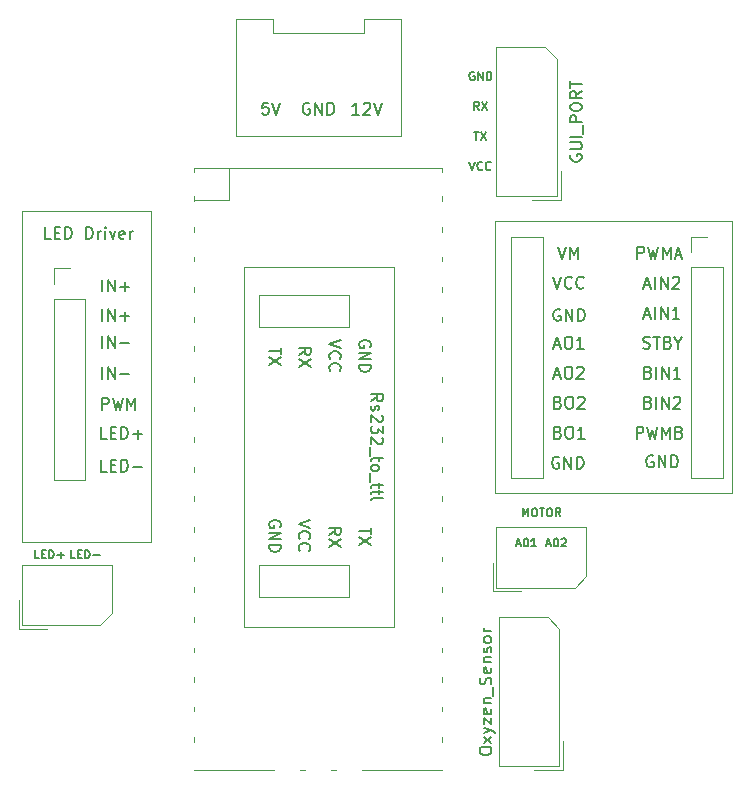
<source format=gbr>
%TF.GenerationSoftware,KiCad,Pcbnew,(6.0.6)*%
%TF.CreationDate,2022-08-17T10:37:05+09:00*%
%TF.ProjectId,0726,30373236-2e6b-4696-9361-645f70636258,rev?*%
%TF.SameCoordinates,Original*%
%TF.FileFunction,Legend,Top*%
%TF.FilePolarity,Positive*%
%FSLAX46Y46*%
G04 Gerber Fmt 4.6, Leading zero omitted, Abs format (unit mm)*
G04 Created by KiCad (PCBNEW (6.0.6)) date 2022-08-17 10:37:05*
%MOMM*%
%LPD*%
G01*
G04 APERTURE LIST*
%ADD10C,0.150000*%
%ADD11C,0.200000*%
%ADD12C,0.120000*%
G04 APERTURE END LIST*
D10*
X140798666Y-85976666D02*
X141032000Y-86676666D01*
X141265333Y-85976666D01*
X141898666Y-86610000D02*
X141865333Y-86643333D01*
X141765333Y-86676666D01*
X141698666Y-86676666D01*
X141598666Y-86643333D01*
X141532000Y-86576666D01*
X141498666Y-86510000D01*
X141465333Y-86376666D01*
X141465333Y-86276666D01*
X141498666Y-86143333D01*
X141532000Y-86076666D01*
X141598666Y-86010000D01*
X141698666Y-85976666D01*
X141765333Y-85976666D01*
X141865333Y-86010000D01*
X141898666Y-86043333D01*
X142598666Y-86610000D02*
X142565333Y-86643333D01*
X142465333Y-86676666D01*
X142398666Y-86676666D01*
X142298666Y-86643333D01*
X142232000Y-86576666D01*
X142198666Y-86510000D01*
X142165333Y-86376666D01*
X142165333Y-86276666D01*
X142198666Y-86143333D01*
X142232000Y-86076666D01*
X142298666Y-86010000D01*
X142398666Y-85976666D01*
X142465333Y-85976666D01*
X142565333Y-86010000D01*
X142598666Y-86043333D01*
X141198666Y-83436666D02*
X141598666Y-83436666D01*
X141398666Y-84136666D02*
X141398666Y-83436666D01*
X141765333Y-83436666D02*
X142232000Y-84136666D01*
X142232000Y-83436666D02*
X141765333Y-84136666D01*
X141615333Y-81596666D02*
X141382000Y-81263333D01*
X141215333Y-81596666D02*
X141215333Y-80896666D01*
X141482000Y-80896666D01*
X141548666Y-80930000D01*
X141582000Y-80963333D01*
X141615333Y-81030000D01*
X141615333Y-81130000D01*
X141582000Y-81196666D01*
X141548666Y-81230000D01*
X141482000Y-81263333D01*
X141215333Y-81263333D01*
X141848666Y-80896666D02*
X142315333Y-81596666D01*
X142315333Y-80896666D02*
X141848666Y-81596666D01*
X141198666Y-78390000D02*
X141132000Y-78356666D01*
X141032000Y-78356666D01*
X140932000Y-78390000D01*
X140865333Y-78456666D01*
X140832000Y-78523333D01*
X140798666Y-78656666D01*
X140798666Y-78756666D01*
X140832000Y-78890000D01*
X140865333Y-78956666D01*
X140932000Y-79023333D01*
X141032000Y-79056666D01*
X141098666Y-79056666D01*
X141198666Y-79023333D01*
X141232000Y-78990000D01*
X141232000Y-78756666D01*
X141098666Y-78756666D01*
X141532000Y-79056666D02*
X141532000Y-78356666D01*
X141932000Y-79056666D01*
X141932000Y-78356666D01*
X142265333Y-79056666D02*
X142265333Y-78356666D01*
X142432000Y-78356666D01*
X142532000Y-78390000D01*
X142598666Y-78456666D01*
X142632000Y-78523333D01*
X142665333Y-78656666D01*
X142665333Y-78756666D01*
X142632000Y-78890000D01*
X142598666Y-78956666D01*
X142532000Y-79023333D01*
X142432000Y-79056666D01*
X142265333Y-79056666D01*
X144788664Y-118352666D02*
X145121998Y-118352666D01*
X144721998Y-118552666D02*
X144955331Y-117852666D01*
X145188664Y-118552666D01*
X145555331Y-117852666D02*
X145621998Y-117852666D01*
X145688664Y-117886000D01*
X145721998Y-117919333D01*
X145755331Y-117986000D01*
X145788664Y-118119333D01*
X145788664Y-118286000D01*
X145755331Y-118419333D01*
X145721998Y-118486000D01*
X145688664Y-118519333D01*
X145621998Y-118552666D01*
X145555331Y-118552666D01*
X145488664Y-118519333D01*
X145455331Y-118486000D01*
X145421998Y-118419333D01*
X145388664Y-118286000D01*
X145388664Y-118119333D01*
X145421998Y-117986000D01*
X145455331Y-117919333D01*
X145488664Y-117886000D01*
X145555331Y-117852666D01*
X146455331Y-118552666D02*
X146055331Y-118552666D01*
X146255331Y-118552666D02*
X146255331Y-117852666D01*
X146188664Y-117952666D01*
X146121998Y-118019333D01*
X146055331Y-118052666D01*
D11*
X123761523Y-80985381D02*
X123285333Y-80985381D01*
X123237714Y-81461572D01*
X123285333Y-81413953D01*
X123380571Y-81366334D01*
X123618666Y-81366334D01*
X123713904Y-81413953D01*
X123761523Y-81461572D01*
X123809142Y-81556810D01*
X123809142Y-81794905D01*
X123761523Y-81890143D01*
X123713904Y-81937762D01*
X123618666Y-81985381D01*
X123380571Y-81985381D01*
X123285333Y-81937762D01*
X123237714Y-81890143D01*
X124094857Y-80985381D02*
X124428190Y-81985381D01*
X124761523Y-80985381D01*
X131460952Y-81985380D02*
X130889523Y-81985380D01*
X131175238Y-81985380D02*
X131175238Y-80985380D01*
X131080000Y-81128238D01*
X130984761Y-81223476D01*
X130889523Y-81271095D01*
X131841904Y-81080619D02*
X131889523Y-81033000D01*
X131984761Y-80985380D01*
X132222857Y-80985380D01*
X132318095Y-81033000D01*
X132365714Y-81080619D01*
X132413333Y-81175857D01*
X132413333Y-81271095D01*
X132365714Y-81413952D01*
X131794285Y-81985380D01*
X132413333Y-81985380D01*
X132699047Y-80985380D02*
X133032380Y-81985380D01*
X133365714Y-80985380D01*
D10*
X147328665Y-118352666D02*
X147661999Y-118352666D01*
X147261999Y-118552666D02*
X147495332Y-117852666D01*
X147728665Y-118552666D01*
X148095332Y-117852666D02*
X148161999Y-117852666D01*
X148228665Y-117886000D01*
X148261999Y-117919333D01*
X148295332Y-117986000D01*
X148328665Y-118119333D01*
X148328665Y-118286000D01*
X148295332Y-118419333D01*
X148261999Y-118486000D01*
X148228665Y-118519333D01*
X148161999Y-118552666D01*
X148095332Y-118552666D01*
X148028665Y-118519333D01*
X147995332Y-118486000D01*
X147961999Y-118419333D01*
X147928665Y-118286000D01*
X147928665Y-118119333D01*
X147961999Y-117986000D01*
X147995332Y-117919333D01*
X148028665Y-117886000D01*
X148095332Y-117852666D01*
X148595332Y-117919333D02*
X148628665Y-117886000D01*
X148695332Y-117852666D01*
X148861999Y-117852666D01*
X148928665Y-117886000D01*
X148961999Y-117919333D01*
X148995332Y-117986000D01*
X148995332Y-118052666D01*
X148961999Y-118152666D01*
X148561999Y-118552666D01*
X148995332Y-118552666D01*
X145308667Y-116012668D02*
X145308667Y-115312668D01*
X145542001Y-115812668D01*
X145775334Y-115312668D01*
X145775334Y-116012668D01*
X146242001Y-115312668D02*
X146375334Y-115312668D01*
X146442001Y-115346002D01*
X146508667Y-115412668D01*
X146542001Y-115546002D01*
X146542001Y-115779335D01*
X146508667Y-115912668D01*
X146442001Y-115979335D01*
X146375334Y-116012668D01*
X146242001Y-116012668D01*
X146175334Y-115979335D01*
X146108667Y-115912668D01*
X146075334Y-115779335D01*
X146075334Y-115546002D01*
X146108667Y-115412668D01*
X146175334Y-115346002D01*
X146242001Y-115312668D01*
X146742001Y-115312668D02*
X147142001Y-115312668D01*
X146942001Y-116012668D02*
X146942001Y-115312668D01*
X147508667Y-115312668D02*
X147642001Y-115312668D01*
X147708667Y-115346002D01*
X147775334Y-115412668D01*
X147808667Y-115546002D01*
X147808667Y-115779335D01*
X147775334Y-115912668D01*
X147708667Y-115979335D01*
X147642001Y-116012668D01*
X147508667Y-116012668D01*
X147442001Y-115979335D01*
X147375334Y-115912668D01*
X147342001Y-115779335D01*
X147342001Y-115546002D01*
X147375334Y-115412668D01*
X147442001Y-115346002D01*
X147508667Y-115312668D01*
X148508667Y-116012668D02*
X148275334Y-115679335D01*
X148108667Y-116012668D02*
X148108667Y-115312668D01*
X148375334Y-115312668D01*
X148442001Y-115346002D01*
X148475334Y-115379335D01*
X148508667Y-115446002D01*
X148508667Y-115546002D01*
X148475334Y-115612668D01*
X148442001Y-115646002D01*
X148375334Y-115679335D01*
X148108667Y-115679335D01*
X104352664Y-119568667D02*
X104019331Y-119568667D01*
X104019331Y-118868667D01*
X104585998Y-119202001D02*
X104819331Y-119202001D01*
X104919331Y-119568667D02*
X104585998Y-119568667D01*
X104585998Y-118868667D01*
X104919331Y-118868667D01*
X105219331Y-119568667D02*
X105219331Y-118868667D01*
X105385998Y-118868667D01*
X105485998Y-118902001D01*
X105552664Y-118968667D01*
X105585998Y-119035334D01*
X105619331Y-119168667D01*
X105619331Y-119268667D01*
X105585998Y-119402001D01*
X105552664Y-119468667D01*
X105485998Y-119535334D01*
X105385998Y-119568667D01*
X105219331Y-119568667D01*
X105919331Y-119302001D02*
X106452664Y-119302001D01*
X106185998Y-119568667D02*
X106185998Y-119035334D01*
D11*
X127254095Y-81033000D02*
X127158857Y-80985380D01*
X127016000Y-80985380D01*
X126873142Y-81033000D01*
X126777904Y-81128238D01*
X126730285Y-81223476D01*
X126682666Y-81413952D01*
X126682666Y-81556809D01*
X126730285Y-81747285D01*
X126777904Y-81842523D01*
X126873142Y-81937761D01*
X127016000Y-81985380D01*
X127111238Y-81985380D01*
X127254095Y-81937761D01*
X127301714Y-81890142D01*
X127301714Y-81556809D01*
X127111238Y-81556809D01*
X127730285Y-81985380D02*
X127730285Y-80985380D01*
X128301714Y-81985380D01*
X128301714Y-80985380D01*
X128777904Y-81985380D02*
X128777904Y-80985380D01*
X129016000Y-80985380D01*
X129158857Y-81033000D01*
X129254095Y-81128238D01*
X129301714Y-81223476D01*
X129349333Y-81413952D01*
X129349333Y-81556809D01*
X129301714Y-81747285D01*
X129254095Y-81842523D01*
X129158857Y-81937761D01*
X129016000Y-81985380D01*
X128777904Y-81985380D01*
D10*
X107400666Y-119568666D02*
X107067333Y-119568666D01*
X107067333Y-118868666D01*
X107634000Y-119202000D02*
X107867333Y-119202000D01*
X107967333Y-119568666D02*
X107634000Y-119568666D01*
X107634000Y-118868666D01*
X107967333Y-118868666D01*
X108267333Y-119568666D02*
X108267333Y-118868666D01*
X108434000Y-118868666D01*
X108534000Y-118902000D01*
X108600666Y-118968666D01*
X108634000Y-119035333D01*
X108667333Y-119168666D01*
X108667333Y-119268666D01*
X108634000Y-119402000D01*
X108600666Y-119468666D01*
X108534000Y-119535333D01*
X108434000Y-119568666D01*
X108267333Y-119568666D01*
X108967333Y-119302000D02*
X109500666Y-119302000D01*
D11*
X105347523Y-92526380D02*
X104871333Y-92526380D01*
X104871333Y-91526380D01*
X105680857Y-92002571D02*
X106014190Y-92002571D01*
X106157047Y-92526380D02*
X105680857Y-92526380D01*
X105680857Y-91526380D01*
X106157047Y-91526380D01*
X106585619Y-92526380D02*
X106585619Y-91526380D01*
X106823714Y-91526380D01*
X106966571Y-91574000D01*
X107061809Y-91669238D01*
X107109428Y-91764476D01*
X107157047Y-91954952D01*
X107157047Y-92097809D01*
X107109428Y-92288285D01*
X107061809Y-92383523D01*
X106966571Y-92478761D01*
X106823714Y-92526380D01*
X106585619Y-92526380D01*
X108347523Y-92526380D02*
X108347523Y-91526380D01*
X108585619Y-91526380D01*
X108728476Y-91574000D01*
X108823714Y-91669238D01*
X108871333Y-91764476D01*
X108918952Y-91954952D01*
X108918952Y-92097809D01*
X108871333Y-92288285D01*
X108823714Y-92383523D01*
X108728476Y-92478761D01*
X108585619Y-92526380D01*
X108347523Y-92526380D01*
X109347523Y-92526380D02*
X109347523Y-91859714D01*
X109347523Y-92050190D02*
X109395142Y-91954952D01*
X109442761Y-91907333D01*
X109538000Y-91859714D01*
X109633238Y-91859714D01*
X109966571Y-92526380D02*
X109966571Y-91859714D01*
X109966571Y-91526380D02*
X109918952Y-91574000D01*
X109966571Y-91621619D01*
X110014190Y-91574000D01*
X109966571Y-91526380D01*
X109966571Y-91621619D01*
X110347523Y-91859714D02*
X110585619Y-92526380D01*
X110823714Y-91859714D01*
X111585619Y-92478761D02*
X111490380Y-92526380D01*
X111299904Y-92526380D01*
X111204666Y-92478761D01*
X111157047Y-92383523D01*
X111157047Y-92002571D01*
X111204666Y-91907333D01*
X111299904Y-91859714D01*
X111490380Y-91859714D01*
X111585619Y-91907333D01*
X111633238Y-92002571D01*
X111633238Y-92097809D01*
X111157047Y-92193047D01*
X112061809Y-92526380D02*
X112061809Y-91859714D01*
X112061809Y-92050190D02*
X112109428Y-91954952D01*
X112157047Y-91907333D01*
X112252285Y-91859714D01*
X112347523Y-91859714D01*
D10*
%TO.C,J6*%
X149360000Y-85395714D02*
X149312380Y-85490952D01*
X149312380Y-85633809D01*
X149360000Y-85776666D01*
X149455238Y-85871904D01*
X149550476Y-85919523D01*
X149740952Y-85967142D01*
X149883809Y-85967142D01*
X150074285Y-85919523D01*
X150169523Y-85871904D01*
X150264761Y-85776666D01*
X150312380Y-85633809D01*
X150312380Y-85538571D01*
X150264761Y-85395714D01*
X150217142Y-85348095D01*
X149883809Y-85348095D01*
X149883809Y-85538571D01*
X149312380Y-84919523D02*
X150121904Y-84919523D01*
X150217142Y-84871904D01*
X150264761Y-84824285D01*
X150312380Y-84729047D01*
X150312380Y-84538571D01*
X150264761Y-84443333D01*
X150217142Y-84395714D01*
X150121904Y-84348095D01*
X149312380Y-84348095D01*
X150312380Y-83871904D02*
X149312380Y-83871904D01*
X150407619Y-83633809D02*
X150407619Y-82871904D01*
X150312380Y-82633809D02*
X149312380Y-82633809D01*
X149312380Y-82252857D01*
X149360000Y-82157619D01*
X149407619Y-82110000D01*
X149502857Y-82062380D01*
X149645714Y-82062380D01*
X149740952Y-82110000D01*
X149788571Y-82157619D01*
X149836190Y-82252857D01*
X149836190Y-82633809D01*
X149312380Y-81443333D02*
X149312380Y-81252857D01*
X149360000Y-81157619D01*
X149455238Y-81062380D01*
X149645714Y-81014761D01*
X149979047Y-81014761D01*
X150169523Y-81062380D01*
X150264761Y-81157619D01*
X150312380Y-81252857D01*
X150312380Y-81443333D01*
X150264761Y-81538571D01*
X150169523Y-81633809D01*
X149979047Y-81681428D01*
X149645714Y-81681428D01*
X149455238Y-81633809D01*
X149360000Y-81538571D01*
X149312380Y-81443333D01*
X150312380Y-80014761D02*
X149836190Y-80348095D01*
X150312380Y-80586190D02*
X149312380Y-80586190D01*
X149312380Y-80205238D01*
X149360000Y-80110000D01*
X149407619Y-80062380D01*
X149502857Y-80014761D01*
X149645714Y-80014761D01*
X149740952Y-80062380D01*
X149788571Y-80110000D01*
X149836190Y-80205238D01*
X149836190Y-80586190D01*
X149312380Y-79729047D02*
X149312380Y-79157619D01*
X150312380Y-79443333D02*
X149312380Y-79443333D01*
%TO.C,Rs232_to_ttl*%
X132469618Y-106250857D02*
X132945808Y-105917523D01*
X132469618Y-105679428D02*
X133469618Y-105679428D01*
X133469618Y-106060380D01*
X133421999Y-106155619D01*
X133374379Y-106203238D01*
X133279141Y-106250857D01*
X133136284Y-106250857D01*
X133041046Y-106203238D01*
X132993427Y-106155619D01*
X132945808Y-106060380D01*
X132945808Y-105679428D01*
X132517237Y-106631809D02*
X132469618Y-106727047D01*
X132469618Y-106917523D01*
X132517237Y-107012761D01*
X132612475Y-107060380D01*
X132660094Y-107060380D01*
X132755332Y-107012761D01*
X132802951Y-106917523D01*
X132802951Y-106774666D01*
X132850570Y-106679428D01*
X132945808Y-106631809D01*
X132993427Y-106631809D01*
X133088665Y-106679428D01*
X133136284Y-106774666D01*
X133136284Y-106917523D01*
X133088665Y-107012761D01*
X133374379Y-107441333D02*
X133421999Y-107488952D01*
X133469618Y-107584190D01*
X133469618Y-107822285D01*
X133421999Y-107917523D01*
X133374379Y-107965142D01*
X133279141Y-108012761D01*
X133183903Y-108012761D01*
X133041046Y-107965142D01*
X132469618Y-107393714D01*
X132469618Y-108012761D01*
X133469618Y-108346095D02*
X133469618Y-108965142D01*
X133088665Y-108631809D01*
X133088665Y-108774666D01*
X133041046Y-108869904D01*
X132993427Y-108917523D01*
X132898189Y-108965142D01*
X132660094Y-108965142D01*
X132564856Y-108917523D01*
X132517237Y-108869904D01*
X132469618Y-108774666D01*
X132469618Y-108488952D01*
X132517237Y-108393714D01*
X132564856Y-108346095D01*
X133374379Y-109346095D02*
X133421999Y-109393714D01*
X133469618Y-109488952D01*
X133469618Y-109727047D01*
X133421999Y-109822285D01*
X133374379Y-109869904D01*
X133279141Y-109917523D01*
X133183903Y-109917523D01*
X133041046Y-109869904D01*
X132469618Y-109298476D01*
X132469618Y-109917523D01*
X132374379Y-110108000D02*
X132374379Y-110869904D01*
X133136284Y-110965142D02*
X133136284Y-111346095D01*
X133469618Y-111108000D02*
X132612475Y-111108000D01*
X132517237Y-111155619D01*
X132469618Y-111250857D01*
X132469618Y-111346095D01*
X132469618Y-111822285D02*
X132517237Y-111727047D01*
X132564856Y-111679428D01*
X132660094Y-111631809D01*
X132945808Y-111631809D01*
X133041046Y-111679428D01*
X133088665Y-111727047D01*
X133136284Y-111822285D01*
X133136284Y-111965142D01*
X133088665Y-112060380D01*
X133041046Y-112108000D01*
X132945808Y-112155619D01*
X132660094Y-112155619D01*
X132564856Y-112108000D01*
X132517237Y-112060380D01*
X132469618Y-111965142D01*
X132469618Y-111822285D01*
X132374379Y-112346095D02*
X132374379Y-113108000D01*
X133136284Y-113203238D02*
X133136284Y-113584190D01*
X133469618Y-113346095D02*
X132612475Y-113346095D01*
X132517237Y-113393714D01*
X132469618Y-113488952D01*
X132469618Y-113584190D01*
X133136284Y-113774666D02*
X133136284Y-114155619D01*
X133469618Y-113917523D02*
X132612475Y-113917523D01*
X132517237Y-113965142D01*
X132469618Y-114060380D01*
X132469618Y-114155619D01*
X132469618Y-114631809D02*
X132517237Y-114536571D01*
X132612475Y-114488952D01*
X133469618Y-114488952D01*
X124833618Y-101726095D02*
X124833618Y-102297523D01*
X123833618Y-102011809D02*
X124833618Y-102011809D01*
X124833618Y-102535619D02*
X123833618Y-103202285D01*
X124833618Y-103202285D02*
X123833618Y-102535619D01*
X124785999Y-116906095D02*
X124833618Y-116810857D01*
X124833618Y-116668000D01*
X124785999Y-116525142D01*
X124690760Y-116429904D01*
X124595522Y-116382285D01*
X124405046Y-116334666D01*
X124262189Y-116334666D01*
X124071713Y-116382285D01*
X123976475Y-116429904D01*
X123881237Y-116525142D01*
X123833618Y-116668000D01*
X123833618Y-116763238D01*
X123881237Y-116906095D01*
X123928856Y-116953714D01*
X124262189Y-116953714D01*
X124262189Y-116763238D01*
X123833618Y-117382285D02*
X124833618Y-117382285D01*
X123833618Y-117953714D01*
X124833618Y-117953714D01*
X123833618Y-118429904D02*
X124833618Y-118429904D01*
X124833618Y-118668000D01*
X124785999Y-118810857D01*
X124690760Y-118906095D01*
X124595522Y-118953714D01*
X124405046Y-119001333D01*
X124262189Y-119001333D01*
X124071713Y-118953714D01*
X123976475Y-118906095D01*
X123881237Y-118810857D01*
X123833618Y-118668000D01*
X123833618Y-118429904D01*
X126373618Y-102321333D02*
X126849808Y-101988000D01*
X126373618Y-101749904D02*
X127373618Y-101749904D01*
X127373618Y-102130857D01*
X127325999Y-102226095D01*
X127278379Y-102273714D01*
X127183141Y-102321333D01*
X127040284Y-102321333D01*
X126945046Y-102273714D01*
X126897427Y-102226095D01*
X126849808Y-102130857D01*
X126849808Y-101749904D01*
X127373618Y-102654666D02*
X126373618Y-103321333D01*
X127373618Y-103321333D02*
X126373618Y-102654666D01*
X129913618Y-101094666D02*
X128913618Y-101428000D01*
X129913618Y-101761333D01*
X129008856Y-102666095D02*
X128961237Y-102618476D01*
X128913618Y-102475619D01*
X128913618Y-102380380D01*
X128961237Y-102237523D01*
X129056475Y-102142285D01*
X129151713Y-102094666D01*
X129342189Y-102047047D01*
X129485046Y-102047047D01*
X129675522Y-102094666D01*
X129770760Y-102142285D01*
X129865999Y-102237523D01*
X129913618Y-102380380D01*
X129913618Y-102475619D01*
X129865999Y-102618476D01*
X129818379Y-102666095D01*
X129008856Y-103666095D02*
X128961237Y-103618476D01*
X128913618Y-103475619D01*
X128913618Y-103380380D01*
X128961237Y-103237523D01*
X129056475Y-103142285D01*
X129151713Y-103094666D01*
X129342189Y-103047047D01*
X129485046Y-103047047D01*
X129675522Y-103094666D01*
X129770760Y-103142285D01*
X129865999Y-103237523D01*
X129913618Y-103380380D01*
X129913618Y-103475619D01*
X129865999Y-103618476D01*
X129818379Y-103666095D01*
X127343618Y-116334666D02*
X126343618Y-116668000D01*
X127343618Y-117001333D01*
X126438856Y-117906095D02*
X126391237Y-117858476D01*
X126343618Y-117715619D01*
X126343618Y-117620380D01*
X126391237Y-117477523D01*
X126486475Y-117382285D01*
X126581713Y-117334666D01*
X126772189Y-117287047D01*
X126915046Y-117287047D01*
X127105522Y-117334666D01*
X127200760Y-117382285D01*
X127295999Y-117477523D01*
X127343618Y-117620380D01*
X127343618Y-117715619D01*
X127295999Y-117858476D01*
X127248379Y-117906095D01*
X126438856Y-118906095D02*
X126391237Y-118858476D01*
X126343618Y-118715619D01*
X126343618Y-118620380D01*
X126391237Y-118477523D01*
X126486475Y-118382285D01*
X126581713Y-118334666D01*
X126772189Y-118287047D01*
X126915046Y-118287047D01*
X127105522Y-118334666D01*
X127200760Y-118382285D01*
X127295999Y-118477523D01*
X127343618Y-118620380D01*
X127343618Y-118715619D01*
X127295999Y-118858476D01*
X127248379Y-118906095D01*
X132405999Y-101666095D02*
X132453618Y-101570857D01*
X132453618Y-101428000D01*
X132405999Y-101285142D01*
X132310760Y-101189904D01*
X132215522Y-101142285D01*
X132025046Y-101094666D01*
X131882189Y-101094666D01*
X131691713Y-101142285D01*
X131596475Y-101189904D01*
X131501237Y-101285142D01*
X131453618Y-101428000D01*
X131453618Y-101523238D01*
X131501237Y-101666095D01*
X131548856Y-101713714D01*
X131882189Y-101713714D01*
X131882189Y-101523238D01*
X131453618Y-102142285D02*
X132453618Y-102142285D01*
X131453618Y-102713714D01*
X132453618Y-102713714D01*
X131453618Y-103189904D02*
X132453618Y-103189904D01*
X132453618Y-103428000D01*
X132405999Y-103570857D01*
X132310760Y-103666095D01*
X132215522Y-103713714D01*
X132025046Y-103761333D01*
X131882189Y-103761333D01*
X131691713Y-103713714D01*
X131596475Y-103666095D01*
X131501237Y-103570857D01*
X131453618Y-103428000D01*
X131453618Y-103189904D01*
X132453618Y-116966095D02*
X132453618Y-117537523D01*
X131453618Y-117251809D02*
X132453618Y-117251809D01*
X132453618Y-117775619D02*
X131453618Y-118442285D01*
X132453618Y-118442285D02*
X131453618Y-117775619D01*
X128913618Y-117561333D02*
X129389808Y-117228000D01*
X128913618Y-116989904D02*
X129913618Y-116989904D01*
X129913618Y-117370857D01*
X129865999Y-117466095D01*
X129818379Y-117513714D01*
X129723141Y-117561333D01*
X129580284Y-117561333D01*
X129485046Y-117513714D01*
X129437427Y-117466095D01*
X129389808Y-117370857D01*
X129389808Y-116989904D01*
X129913618Y-117894666D02*
X128913618Y-118561333D01*
X129913618Y-118561333D02*
X128913618Y-117894666D01*
%TO.C,J4*%
X147902665Y-95720380D02*
X148235999Y-96720380D01*
X148569332Y-95720380D01*
X149474094Y-96625142D02*
X149426475Y-96672761D01*
X149283618Y-96720380D01*
X149188379Y-96720380D01*
X149045522Y-96672761D01*
X148950284Y-96577523D01*
X148902665Y-96482285D01*
X148855046Y-96291809D01*
X148855046Y-96148952D01*
X148902665Y-95958476D01*
X148950284Y-95863238D01*
X149045522Y-95768000D01*
X149188379Y-95720380D01*
X149283618Y-95720380D01*
X149426475Y-95768000D01*
X149474094Y-95815619D01*
X150474094Y-96625142D02*
X150426475Y-96672761D01*
X150283618Y-96720380D01*
X150188379Y-96720380D01*
X150045522Y-96672761D01*
X149950284Y-96577523D01*
X149902665Y-96482285D01*
X149855046Y-96291809D01*
X149855046Y-96148952D01*
X149902665Y-95958476D01*
X149950284Y-95863238D01*
X150045522Y-95768000D01*
X150188379Y-95720380D01*
X150283618Y-95720380D01*
X150426475Y-95768000D01*
X150474094Y-95815619D01*
X155943332Y-103816571D02*
X156086189Y-103864190D01*
X156133808Y-103911809D01*
X156181427Y-104007047D01*
X156181427Y-104149904D01*
X156133808Y-104245142D01*
X156086189Y-104292761D01*
X155990951Y-104340380D01*
X155609999Y-104340380D01*
X155609999Y-103340380D01*
X155943332Y-103340380D01*
X156038570Y-103388000D01*
X156086189Y-103435619D01*
X156133808Y-103530857D01*
X156133808Y-103626095D01*
X156086189Y-103721333D01*
X156038570Y-103768952D01*
X155943332Y-103816571D01*
X155609999Y-103816571D01*
X156609999Y-104340380D02*
X156609999Y-103340380D01*
X157086189Y-104340380D02*
X157086189Y-103340380D01*
X157657618Y-104340380D01*
X157657618Y-103340380D01*
X158657618Y-104340380D02*
X158086189Y-104340380D01*
X158371903Y-104340380D02*
X158371903Y-103340380D01*
X158276665Y-103483238D01*
X158181427Y-103578476D01*
X158086189Y-103626095D01*
X148474094Y-98498000D02*
X148378856Y-98450380D01*
X148235999Y-98450380D01*
X148093141Y-98498000D01*
X147997903Y-98593238D01*
X147950284Y-98688476D01*
X147902665Y-98878952D01*
X147902665Y-99021809D01*
X147950284Y-99212285D01*
X147997903Y-99307523D01*
X148093141Y-99402761D01*
X148235999Y-99450380D01*
X148331237Y-99450380D01*
X148474094Y-99402761D01*
X148521713Y-99355142D01*
X148521713Y-99021809D01*
X148331237Y-99021809D01*
X148950284Y-99450380D02*
X148950284Y-98450380D01*
X149521713Y-99450380D01*
X149521713Y-98450380D01*
X149997903Y-99450380D02*
X149997903Y-98450380D01*
X150235999Y-98450380D01*
X150378856Y-98498000D01*
X150474094Y-98593238D01*
X150521713Y-98688476D01*
X150569332Y-98878952D01*
X150569332Y-99021809D01*
X150521713Y-99212285D01*
X150474094Y-99307523D01*
X150378856Y-99402761D01*
X150235999Y-99450380D01*
X149997903Y-99450380D01*
X148331237Y-93180380D02*
X148664570Y-94180380D01*
X148997903Y-93180380D01*
X149331237Y-94180380D02*
X149331237Y-93180380D01*
X149664570Y-93894666D01*
X149997903Y-93180380D01*
X149997903Y-94180380D01*
X154951237Y-109420380D02*
X154951237Y-108420380D01*
X155332189Y-108420380D01*
X155427427Y-108468000D01*
X155475046Y-108515619D01*
X155522665Y-108610857D01*
X155522665Y-108753714D01*
X155475046Y-108848952D01*
X155427427Y-108896571D01*
X155332189Y-108944190D01*
X154951237Y-108944190D01*
X155855999Y-108420380D02*
X156094094Y-109420380D01*
X156284570Y-108706095D01*
X156475046Y-109420380D01*
X156713141Y-108420380D01*
X157094094Y-109420380D02*
X157094094Y-108420380D01*
X157427427Y-109134666D01*
X157760760Y-108420380D01*
X157760760Y-109420380D01*
X158570284Y-108896571D02*
X158713141Y-108944190D01*
X158760760Y-108991809D01*
X158808379Y-109087047D01*
X158808379Y-109229904D01*
X158760760Y-109325142D01*
X158713141Y-109372761D01*
X158617903Y-109420380D01*
X158236951Y-109420380D01*
X158236951Y-108420380D01*
X158570284Y-108420380D01*
X158665522Y-108468000D01*
X158713141Y-108515619D01*
X158760760Y-108610857D01*
X158760760Y-108706095D01*
X158713141Y-108801333D01*
X158665522Y-108848952D01*
X158570284Y-108896571D01*
X158236951Y-108896571D01*
X148307427Y-106356571D02*
X148450284Y-106404190D01*
X148497903Y-106451809D01*
X148545522Y-106547047D01*
X148545522Y-106689904D01*
X148497903Y-106785142D01*
X148450284Y-106832761D01*
X148355046Y-106880380D01*
X147974094Y-106880380D01*
X147974094Y-105880380D01*
X148307427Y-105880380D01*
X148402665Y-105928000D01*
X148450284Y-105975619D01*
X148497903Y-106070857D01*
X148497903Y-106166095D01*
X148450284Y-106261333D01*
X148402665Y-106308952D01*
X148307427Y-106356571D01*
X147974094Y-106356571D01*
X149164570Y-105880380D02*
X149355046Y-105880380D01*
X149450284Y-105928000D01*
X149545522Y-106023238D01*
X149593141Y-106213714D01*
X149593141Y-106547047D01*
X149545522Y-106737523D01*
X149450284Y-106832761D01*
X149355046Y-106880380D01*
X149164570Y-106880380D01*
X149069332Y-106832761D01*
X148974094Y-106737523D01*
X148926475Y-106547047D01*
X148926475Y-106213714D01*
X148974094Y-106023238D01*
X149069332Y-105928000D01*
X149164570Y-105880380D01*
X149974094Y-105975619D02*
X150021713Y-105928000D01*
X150116951Y-105880380D01*
X150355046Y-105880380D01*
X150450284Y-105928000D01*
X150497903Y-105975619D01*
X150545522Y-106070857D01*
X150545522Y-106166095D01*
X150497903Y-106308952D01*
X149926475Y-106880380D01*
X150545522Y-106880380D01*
X155514760Y-101752761D02*
X155657618Y-101800380D01*
X155895713Y-101800380D01*
X155990951Y-101752761D01*
X156038570Y-101705142D01*
X156086189Y-101609904D01*
X156086189Y-101514666D01*
X156038570Y-101419428D01*
X155990951Y-101371809D01*
X155895713Y-101324190D01*
X155705237Y-101276571D01*
X155609999Y-101228952D01*
X155562379Y-101181333D01*
X155514760Y-101086095D01*
X155514760Y-100990857D01*
X155562379Y-100895619D01*
X155609999Y-100848000D01*
X155705237Y-100800380D01*
X155943332Y-100800380D01*
X156086189Y-100848000D01*
X156371903Y-100800380D02*
X156943332Y-100800380D01*
X156657618Y-101800380D02*
X156657618Y-100800380D01*
X157609999Y-101276571D02*
X157752856Y-101324190D01*
X157800475Y-101371809D01*
X157848094Y-101467047D01*
X157848094Y-101609904D01*
X157800475Y-101705142D01*
X157752856Y-101752761D01*
X157657618Y-101800380D01*
X157276665Y-101800380D01*
X157276665Y-100800380D01*
X157609999Y-100800380D01*
X157705237Y-100848000D01*
X157752856Y-100895619D01*
X157800475Y-100990857D01*
X157800475Y-101086095D01*
X157752856Y-101181333D01*
X157705237Y-101228952D01*
X157609999Y-101276571D01*
X157276665Y-101276571D01*
X158467141Y-101324190D02*
X158467141Y-101800380D01*
X158133808Y-100800380D02*
X158467141Y-101324190D01*
X158800475Y-100800380D01*
X155022665Y-94180380D02*
X155022665Y-93180380D01*
X155403618Y-93180380D01*
X155498856Y-93228000D01*
X155546475Y-93275619D01*
X155594094Y-93370857D01*
X155594094Y-93513714D01*
X155546475Y-93608952D01*
X155498856Y-93656571D01*
X155403618Y-93704190D01*
X155022665Y-93704190D01*
X155927427Y-93180380D02*
X156165522Y-94180380D01*
X156355999Y-93466095D01*
X156546475Y-94180380D01*
X156784570Y-93180380D01*
X157165522Y-94180380D02*
X157165522Y-93180380D01*
X157498856Y-93894666D01*
X157832189Y-93180380D01*
X157832189Y-94180380D01*
X158260760Y-93894666D02*
X158736951Y-93894666D01*
X158165522Y-94180380D02*
X158498856Y-93180380D01*
X158832189Y-94180380D01*
X147997903Y-104054666D02*
X148474094Y-104054666D01*
X147902665Y-104340380D02*
X148235999Y-103340380D01*
X148569332Y-104340380D01*
X149093141Y-103340380D02*
X149283618Y-103340380D01*
X149378856Y-103388000D01*
X149474094Y-103483238D01*
X149521713Y-103673714D01*
X149521713Y-104007047D01*
X149474094Y-104197523D01*
X149378856Y-104292761D01*
X149283618Y-104340380D01*
X149093141Y-104340380D01*
X148997903Y-104292761D01*
X148902665Y-104197523D01*
X148855046Y-104007047D01*
X148855046Y-103673714D01*
X148902665Y-103483238D01*
X148997903Y-103388000D01*
X149093141Y-103340380D01*
X149902665Y-103435619D02*
X149950284Y-103388000D01*
X150045522Y-103340380D01*
X150283618Y-103340380D01*
X150378856Y-103388000D01*
X150426475Y-103435619D01*
X150474094Y-103530857D01*
X150474094Y-103626095D01*
X150426475Y-103768952D01*
X149855046Y-104340380D01*
X150474094Y-104340380D01*
X147997903Y-101514666D02*
X148474094Y-101514666D01*
X147902665Y-101800380D02*
X148235999Y-100800380D01*
X148569332Y-101800380D01*
X149093141Y-100800380D02*
X149283618Y-100800380D01*
X149378856Y-100848000D01*
X149474094Y-100943238D01*
X149521713Y-101133714D01*
X149521713Y-101467047D01*
X149474094Y-101657523D01*
X149378856Y-101752761D01*
X149283618Y-101800380D01*
X149093141Y-101800380D01*
X148997903Y-101752761D01*
X148902665Y-101657523D01*
X148855046Y-101467047D01*
X148855046Y-101133714D01*
X148902665Y-100943238D01*
X148997903Y-100848000D01*
X149093141Y-100800380D01*
X150474094Y-101800380D02*
X149902665Y-101800380D01*
X150188379Y-101800380D02*
X150188379Y-100800380D01*
X150093141Y-100943238D01*
X149997903Y-101038476D01*
X149902665Y-101086095D01*
X148307427Y-108896571D02*
X148450284Y-108944190D01*
X148497903Y-108991809D01*
X148545522Y-109087047D01*
X148545522Y-109229904D01*
X148497903Y-109325142D01*
X148450284Y-109372761D01*
X148355046Y-109420380D01*
X147974094Y-109420380D01*
X147974094Y-108420380D01*
X148307427Y-108420380D01*
X148402665Y-108468000D01*
X148450284Y-108515619D01*
X148497903Y-108610857D01*
X148497903Y-108706095D01*
X148450284Y-108801333D01*
X148402665Y-108848952D01*
X148307427Y-108896571D01*
X147974094Y-108896571D01*
X149164570Y-108420380D02*
X149355046Y-108420380D01*
X149450284Y-108468000D01*
X149545522Y-108563238D01*
X149593141Y-108753714D01*
X149593141Y-109087047D01*
X149545522Y-109277523D01*
X149450284Y-109372761D01*
X149355046Y-109420380D01*
X149164570Y-109420380D01*
X149069332Y-109372761D01*
X148974094Y-109277523D01*
X148926475Y-109087047D01*
X148926475Y-108753714D01*
X148974094Y-108563238D01*
X149069332Y-108468000D01*
X149164570Y-108420380D01*
X150545522Y-109420380D02*
X149974094Y-109420380D01*
X150259808Y-109420380D02*
X150259808Y-108420380D01*
X150164570Y-108563238D01*
X150069332Y-108658476D01*
X149974094Y-108706095D01*
X155633808Y-98974666D02*
X156109999Y-98974666D01*
X155538570Y-99260380D02*
X155871903Y-98260380D01*
X156205237Y-99260380D01*
X156538570Y-99260380D02*
X156538570Y-98260380D01*
X157014760Y-99260380D02*
X157014760Y-98260380D01*
X157586189Y-99260380D01*
X157586189Y-98260380D01*
X158586189Y-99260380D02*
X158014760Y-99260380D01*
X158300475Y-99260380D02*
X158300475Y-98260380D01*
X158205237Y-98403238D01*
X158109999Y-98498476D01*
X158014760Y-98546095D01*
X156348094Y-110898000D02*
X156252856Y-110850380D01*
X156109999Y-110850380D01*
X155967141Y-110898000D01*
X155871903Y-110993238D01*
X155824284Y-111088476D01*
X155776665Y-111278952D01*
X155776665Y-111421809D01*
X155824284Y-111612285D01*
X155871903Y-111707523D01*
X155967141Y-111802761D01*
X156109999Y-111850380D01*
X156205237Y-111850380D01*
X156348094Y-111802761D01*
X156395713Y-111755142D01*
X156395713Y-111421809D01*
X156205237Y-111421809D01*
X156824284Y-111850380D02*
X156824284Y-110850380D01*
X157395713Y-111850380D01*
X157395713Y-110850380D01*
X157871903Y-111850380D02*
X157871903Y-110850380D01*
X158109999Y-110850380D01*
X158252856Y-110898000D01*
X158348094Y-110993238D01*
X158395713Y-111088476D01*
X158443332Y-111278952D01*
X158443332Y-111421809D01*
X158395713Y-111612285D01*
X158348094Y-111707523D01*
X158252856Y-111802761D01*
X158109999Y-111850380D01*
X157871903Y-111850380D01*
X155943332Y-106356571D02*
X156086189Y-106404190D01*
X156133808Y-106451809D01*
X156181427Y-106547047D01*
X156181427Y-106689904D01*
X156133808Y-106785142D01*
X156086189Y-106832761D01*
X155990951Y-106880380D01*
X155609999Y-106880380D01*
X155609999Y-105880380D01*
X155943332Y-105880380D01*
X156038570Y-105928000D01*
X156086189Y-105975619D01*
X156133808Y-106070857D01*
X156133808Y-106166095D01*
X156086189Y-106261333D01*
X156038570Y-106308952D01*
X155943332Y-106356571D01*
X155609999Y-106356571D01*
X156609999Y-106880380D02*
X156609999Y-105880380D01*
X157086189Y-106880380D02*
X157086189Y-105880380D01*
X157657618Y-106880380D01*
X157657618Y-105880380D01*
X158086189Y-105975619D02*
X158133808Y-105928000D01*
X158229046Y-105880380D01*
X158467141Y-105880380D01*
X158562379Y-105928000D01*
X158609999Y-105975619D01*
X158657618Y-106070857D01*
X158657618Y-106166095D01*
X158609999Y-106308952D01*
X158038570Y-106880380D01*
X158657618Y-106880380D01*
X155633808Y-96434666D02*
X156109999Y-96434666D01*
X155538570Y-96720380D02*
X155871903Y-95720380D01*
X156205237Y-96720380D01*
X156538570Y-96720380D02*
X156538570Y-95720380D01*
X157014760Y-96720380D02*
X157014760Y-95720380D01*
X157586189Y-96720380D01*
X157586189Y-95720380D01*
X158014760Y-95815619D02*
X158062379Y-95768000D01*
X158157618Y-95720380D01*
X158395713Y-95720380D01*
X158490951Y-95768000D01*
X158538570Y-95815619D01*
X158586189Y-95910857D01*
X158586189Y-96006095D01*
X158538570Y-96148952D01*
X157967141Y-96720380D01*
X158586189Y-96720380D01*
X148374094Y-111008000D02*
X148278856Y-110960380D01*
X148135999Y-110960380D01*
X147993141Y-111008000D01*
X147897903Y-111103238D01*
X147850284Y-111198476D01*
X147802665Y-111388952D01*
X147802665Y-111531809D01*
X147850284Y-111722285D01*
X147897903Y-111817523D01*
X147993141Y-111912761D01*
X148135999Y-111960380D01*
X148231237Y-111960380D01*
X148374094Y-111912761D01*
X148421713Y-111865142D01*
X148421713Y-111531809D01*
X148231237Y-111531809D01*
X148850284Y-111960380D02*
X148850284Y-110960380D01*
X149421713Y-111960380D01*
X149421713Y-110960380D01*
X149897903Y-111960380D02*
X149897903Y-110960380D01*
X150135999Y-110960380D01*
X150278856Y-111008000D01*
X150374094Y-111103238D01*
X150421713Y-111198476D01*
X150469332Y-111388952D01*
X150469332Y-111531809D01*
X150421713Y-111722285D01*
X150374094Y-111817523D01*
X150278856Y-111912761D01*
X150135999Y-111960380D01*
X149897903Y-111960380D01*
%TO.C,Oxyzen_Sensor*%
X141663380Y-135940428D02*
X141663380Y-135749952D01*
X141711000Y-135654714D01*
X141806238Y-135559476D01*
X141996714Y-135511857D01*
X142330047Y-135511857D01*
X142520523Y-135559476D01*
X142615761Y-135654714D01*
X142663380Y-135749952D01*
X142663380Y-135940428D01*
X142615761Y-136035666D01*
X142520523Y-136130904D01*
X142330047Y-136178523D01*
X141996714Y-136178523D01*
X141806238Y-136130904D01*
X141711000Y-136035666D01*
X141663380Y-135940428D01*
X142663380Y-135178523D02*
X141996714Y-134654714D01*
X141996714Y-135178523D02*
X142663380Y-134654714D01*
X141996714Y-134369000D02*
X142663380Y-134130904D01*
X141996714Y-133892809D02*
X142663380Y-134130904D01*
X142901476Y-134226142D01*
X142949095Y-134273761D01*
X142996714Y-134369000D01*
X141996714Y-133607095D02*
X141996714Y-133083285D01*
X142663380Y-133607095D01*
X142663380Y-133083285D01*
X142615761Y-132321380D02*
X142663380Y-132416619D01*
X142663380Y-132607095D01*
X142615761Y-132702333D01*
X142520523Y-132749952D01*
X142139571Y-132749952D01*
X142044333Y-132702333D01*
X141996714Y-132607095D01*
X141996714Y-132416619D01*
X142044333Y-132321380D01*
X142139571Y-132273761D01*
X142234809Y-132273761D01*
X142330047Y-132749952D01*
X141996714Y-131845190D02*
X142663380Y-131845190D01*
X142091952Y-131845190D02*
X142044333Y-131797571D01*
X141996714Y-131702333D01*
X141996714Y-131559476D01*
X142044333Y-131464238D01*
X142139571Y-131416619D01*
X142663380Y-131416619D01*
X142758619Y-131178523D02*
X142758619Y-130416619D01*
X142615761Y-130226142D02*
X142663380Y-130083285D01*
X142663380Y-129845190D01*
X142615761Y-129749952D01*
X142568142Y-129702333D01*
X142472904Y-129654714D01*
X142377666Y-129654714D01*
X142282428Y-129702333D01*
X142234809Y-129749952D01*
X142187190Y-129845190D01*
X142139571Y-130035666D01*
X142091952Y-130130904D01*
X142044333Y-130178523D01*
X141949095Y-130226142D01*
X141853857Y-130226142D01*
X141758619Y-130178523D01*
X141711000Y-130130904D01*
X141663380Y-130035666D01*
X141663380Y-129797571D01*
X141711000Y-129654714D01*
X142615761Y-128845190D02*
X142663380Y-128940428D01*
X142663380Y-129130904D01*
X142615761Y-129226142D01*
X142520523Y-129273761D01*
X142139571Y-129273761D01*
X142044333Y-129226142D01*
X141996714Y-129130904D01*
X141996714Y-128940428D01*
X142044333Y-128845190D01*
X142139571Y-128797571D01*
X142234809Y-128797571D01*
X142330047Y-129273761D01*
X141996714Y-128369000D02*
X142663380Y-128369000D01*
X142091952Y-128369000D02*
X142044333Y-128321380D01*
X141996714Y-128226142D01*
X141996714Y-128083285D01*
X142044333Y-127988047D01*
X142139571Y-127940428D01*
X142663380Y-127940428D01*
X142615761Y-127511857D02*
X142663380Y-127416619D01*
X142663380Y-127226142D01*
X142615761Y-127130904D01*
X142520523Y-127083285D01*
X142472904Y-127083285D01*
X142377666Y-127130904D01*
X142330047Y-127226142D01*
X142330047Y-127369000D01*
X142282428Y-127464238D01*
X142187190Y-127511857D01*
X142139571Y-127511857D01*
X142044333Y-127464238D01*
X141996714Y-127369000D01*
X141996714Y-127226142D01*
X142044333Y-127130904D01*
X142663380Y-126511857D02*
X142615761Y-126607095D01*
X142568142Y-126654714D01*
X142472904Y-126702333D01*
X142187190Y-126702333D01*
X142091952Y-126654714D01*
X142044333Y-126607095D01*
X141996714Y-126511857D01*
X141996714Y-126369000D01*
X142044333Y-126273761D01*
X142091952Y-126226142D01*
X142187190Y-126178523D01*
X142472904Y-126178523D01*
X142568142Y-126226142D01*
X142615761Y-126273761D01*
X142663380Y-126369000D01*
X142663380Y-126511857D01*
X142663380Y-125749952D02*
X141996714Y-125749952D01*
X142187190Y-125749952D02*
X142091952Y-125702333D01*
X142044333Y-125654714D01*
X141996714Y-125559476D01*
X141996714Y-125464238D01*
%TO.C,J3*%
X109709142Y-104344380D02*
X109709142Y-103344380D01*
X110185333Y-104344380D02*
X110185333Y-103344380D01*
X110756761Y-104344380D01*
X110756761Y-103344380D01*
X111232952Y-103963428D02*
X111994857Y-103963428D01*
X109709142Y-96964380D02*
X109709142Y-95964380D01*
X110185333Y-96964380D02*
X110185333Y-95964380D01*
X110756761Y-96964380D01*
X110756761Y-95964380D01*
X111232952Y-96583428D02*
X111994857Y-96583428D01*
X111613904Y-96964380D02*
X111613904Y-96202476D01*
X109709142Y-99464380D02*
X109709142Y-98464380D01*
X110185333Y-99464380D02*
X110185333Y-98464380D01*
X110756761Y-99464380D01*
X110756761Y-98464380D01*
X111232952Y-99083428D02*
X111994857Y-99083428D01*
X111613904Y-99464380D02*
X111613904Y-98702476D01*
X110090095Y-112214380D02*
X109613904Y-112214380D01*
X109613904Y-111214380D01*
X110423428Y-111690571D02*
X110756761Y-111690571D01*
X110899619Y-112214380D02*
X110423428Y-112214380D01*
X110423428Y-111214380D01*
X110899619Y-111214380D01*
X111328190Y-112214380D02*
X111328190Y-111214380D01*
X111566285Y-111214380D01*
X111709142Y-111262000D01*
X111804380Y-111357238D01*
X111852000Y-111452476D01*
X111899619Y-111642952D01*
X111899619Y-111785809D01*
X111852000Y-111976285D01*
X111804380Y-112071523D01*
X111709142Y-112166761D01*
X111566285Y-112214380D01*
X111328190Y-112214380D01*
X112328190Y-111833428D02*
X113090095Y-111833428D01*
X109709142Y-101714380D02*
X109709142Y-100714380D01*
X110185333Y-101714380D02*
X110185333Y-100714380D01*
X110756761Y-101714380D01*
X110756761Y-100714380D01*
X111232952Y-101333428D02*
X111994857Y-101333428D01*
X109697238Y-106964380D02*
X109697238Y-105964380D01*
X110078190Y-105964380D01*
X110173428Y-106012000D01*
X110221047Y-106059619D01*
X110268666Y-106154857D01*
X110268666Y-106297714D01*
X110221047Y-106392952D01*
X110173428Y-106440571D01*
X110078190Y-106488190D01*
X109697238Y-106488190D01*
X110602000Y-105964380D02*
X110840095Y-106964380D01*
X111030571Y-106250095D01*
X111221047Y-106964380D01*
X111459142Y-105964380D01*
X111840095Y-106964380D02*
X111840095Y-105964380D01*
X112173428Y-106678666D01*
X112506761Y-105964380D01*
X112506761Y-106964380D01*
X110090095Y-109444380D02*
X109613904Y-109444380D01*
X109613904Y-108444380D01*
X110423428Y-108920571D02*
X110756761Y-108920571D01*
X110899619Y-109444380D02*
X110423428Y-109444380D01*
X110423428Y-108444380D01*
X110899619Y-108444380D01*
X111328190Y-109444380D02*
X111328190Y-108444380D01*
X111566285Y-108444380D01*
X111709142Y-108492000D01*
X111804380Y-108587238D01*
X111852000Y-108682476D01*
X111899619Y-108872952D01*
X111899619Y-109015809D01*
X111852000Y-109206285D01*
X111804380Y-109301523D01*
X111709142Y-109396761D01*
X111566285Y-109444380D01*
X111328190Y-109444380D01*
X112328190Y-109063428D02*
X113090095Y-109063428D01*
X112709142Y-109444380D02*
X112709142Y-108682476D01*
D12*
%TO.C,J6*%
X148214000Y-77300000D02*
X147214000Y-76300000D01*
X146104000Y-89220000D02*
X148514000Y-89220000D01*
X148214000Y-88920000D02*
X148214000Y-77300000D01*
X148514000Y-89220000D02*
X148514000Y-86810000D01*
X147214000Y-76300000D02*
X143094000Y-76300000D01*
X143094000Y-88920000D02*
X148214000Y-88920000D01*
X143094000Y-76300000D02*
X143094000Y-88920000D01*
%TO.C,J1*%
X102929999Y-120106000D02*
X102929999Y-125226000D01*
X110549999Y-124226000D02*
X110549999Y-120106000D01*
X102629999Y-125526000D02*
X105039999Y-125526000D01*
X110549999Y-120106000D02*
X102929999Y-120106000D01*
X102929999Y-125226000D02*
X109549999Y-125226000D01*
X102629999Y-123116000D02*
X102629999Y-125526000D01*
X109549999Y-125226000D02*
X110549999Y-124226000D01*
%TO.C,J5*%
X150701999Y-121066000D02*
X150701999Y-116946000D01*
X149701999Y-122066000D02*
X150701999Y-121066000D01*
X142781999Y-122366000D02*
X145191999Y-122366000D01*
X150701999Y-116946000D02*
X143081999Y-116946000D01*
X142781999Y-119956000D02*
X142781999Y-122366000D01*
X143081999Y-116946000D02*
X143081999Y-122066000D01*
X143081999Y-122066000D02*
X149701999Y-122066000D01*
%TO.C,Rs232_to_ttl*%
X130635999Y-99948000D02*
X122955999Y-99948000D01*
X130635999Y-97288000D02*
X130635999Y-99948000D01*
X130635999Y-120148000D02*
X130635999Y-122808000D01*
X130635999Y-120148000D02*
X122955999Y-120148000D01*
X122955999Y-97288000D02*
X122955999Y-99948000D01*
X122955999Y-120148000D02*
X122955999Y-122808000D01*
X130635999Y-122808000D02*
X122955999Y-122808000D01*
X130635999Y-97288000D02*
X122955999Y-97288000D01*
X134445999Y-94868000D02*
X121745999Y-94868000D01*
X121745999Y-94868000D02*
X121745999Y-125348000D01*
X121745999Y-125348000D02*
X134445999Y-125348000D01*
X134445999Y-125348000D02*
X134445999Y-94868000D01*
%TO.C,J4*%
X142999999Y-91000000D02*
X142999999Y-114000000D01*
X142999999Y-91000000D02*
X162999999Y-91000000D01*
X159589999Y-93650000D02*
X159589999Y-92320000D01*
X144349999Y-92380000D02*
X144349999Y-112760000D01*
X147009999Y-92380000D02*
X147009999Y-112760000D01*
X147799999Y-114000000D02*
X157899999Y-114000000D01*
X144349999Y-92380000D02*
X147009999Y-92380000D01*
X162999999Y-91000000D02*
X162999999Y-114000000D01*
X142999999Y-114000000D02*
X148999999Y-114000000D01*
X144349999Y-112760000D02*
X147009999Y-112760000D01*
X159589999Y-112760000D02*
X162249999Y-112760000D01*
X159589999Y-92320000D02*
X160919999Y-92320000D01*
X162249999Y-94920000D02*
X162249999Y-112760000D01*
X162999999Y-114000000D02*
X156999999Y-114000000D01*
X159589999Y-94920000D02*
X159589999Y-112760000D01*
X159589999Y-94920000D02*
X162249999Y-94920000D01*
%TO.C,J2*%
X135006000Y-73890001D02*
X135006000Y-83810001D01*
X121026000Y-83810001D02*
X121026000Y-73890001D01*
X121026000Y-73890001D02*
X124146000Y-73890001D01*
X131886000Y-73890001D02*
X135006000Y-73890001D01*
X135006000Y-83810001D02*
X121026000Y-83810001D01*
X131886000Y-75090001D02*
X131886000Y-73890001D01*
X124146000Y-73890001D02*
X124146000Y-75090001D01*
X124146000Y-75090001D02*
X131886000Y-75090001D01*
%TO.C,Oxyzen_Sensor*%
X148721000Y-137479000D02*
X148721000Y-135069000D01*
X147421000Y-124559000D02*
X143301000Y-124559000D01*
X143301000Y-137179000D02*
X148421000Y-137179000D01*
X143301000Y-124559000D02*
X143301000Y-137179000D01*
X148421000Y-137179000D02*
X148421000Y-125559000D01*
X146311000Y-137479000D02*
X148721000Y-137479000D01*
X148421000Y-125559000D02*
X147421000Y-124559000D01*
%TO.C,U1*%
X117469000Y-86522000D02*
X117469000Y-86822000D01*
X117469000Y-129622000D02*
X117469000Y-130022000D01*
X117469000Y-132122000D02*
X117469000Y-132522000D01*
X126469000Y-137522000D02*
X126869000Y-137522000D01*
X138469000Y-114322000D02*
X138469000Y-114722000D01*
X117469000Y-134722000D02*
X117469000Y-135122000D01*
X138469000Y-132122000D02*
X138469000Y-132522000D01*
X117469000Y-104222000D02*
X117469000Y-104622000D01*
X117469000Y-119422000D02*
X117469000Y-119822000D01*
X138469000Y-129622000D02*
X138469000Y-130022000D01*
X138469000Y-86522000D02*
X138469000Y-86822000D01*
X138469000Y-116922000D02*
X138469000Y-117322000D01*
X120476000Y-89189000D02*
X120476000Y-86522000D01*
X138469000Y-127122000D02*
X138469000Y-127522000D01*
X117469000Y-127122000D02*
X117469000Y-127522000D01*
X138469000Y-122022000D02*
X138469000Y-122422000D01*
X138469000Y-96622000D02*
X138469000Y-97022000D01*
X117469000Y-111822000D02*
X117469000Y-112222000D01*
X138469000Y-124522000D02*
X138469000Y-124922000D01*
X117469000Y-96622000D02*
X117469000Y-97022000D01*
X117469000Y-89189000D02*
X120476000Y-89189000D01*
X138469000Y-91522000D02*
X138469000Y-91922000D01*
X138469000Y-137522000D02*
X131669000Y-137522000D01*
X124269000Y-137522000D02*
X117469000Y-137522000D01*
X138469000Y-109322000D02*
X138469000Y-109722000D01*
X117469000Y-99122000D02*
X117469000Y-99522000D01*
X138469000Y-119422000D02*
X138469000Y-119822000D01*
X129069000Y-137522000D02*
X129469000Y-137522000D01*
X117469000Y-116922000D02*
X117469000Y-117322000D01*
X117469000Y-109322000D02*
X117469000Y-109722000D01*
X138469000Y-88922000D02*
X138469000Y-89322000D01*
X117469000Y-124522000D02*
X117469000Y-124922000D01*
X138469000Y-101622000D02*
X138469000Y-102022000D01*
X117469000Y-91522000D02*
X117469000Y-91922000D01*
X138469000Y-99122000D02*
X138469000Y-99522000D01*
X117469000Y-94022000D02*
X117469000Y-94422000D01*
X138469000Y-94022000D02*
X138469000Y-94422000D01*
X138469000Y-111822000D02*
X138469000Y-112222000D01*
X138469000Y-134722000D02*
X138469000Y-135122000D01*
X117469000Y-114322000D02*
X117469000Y-114722000D01*
X117469000Y-86522000D02*
X138469000Y-86522000D01*
X117469000Y-88922000D02*
X117469000Y-89322000D01*
X117469000Y-101622000D02*
X117469000Y-102022000D01*
X117469000Y-106722000D02*
X117469000Y-107122000D01*
X117469000Y-122022000D02*
X117469000Y-122422000D01*
X138469000Y-104222000D02*
X138469000Y-104622000D01*
X138469000Y-106722000D02*
X138469000Y-107122000D01*
%TO.C,J3*%
X105622000Y-97622000D02*
X108282000Y-97622000D01*
X105622000Y-95022000D02*
X106952000Y-95022000D01*
X102882000Y-118192000D02*
X113882000Y-118192000D01*
X105622000Y-97622000D02*
X105622000Y-112922000D01*
X102882000Y-90192000D02*
X102882000Y-118192000D01*
X108282000Y-97622000D02*
X108282000Y-112922000D01*
X113882000Y-118192000D02*
X113882000Y-90192000D01*
X102882000Y-90192000D02*
X113882000Y-90192000D01*
X105622000Y-96352000D02*
X105622000Y-95022000D01*
X105622000Y-112922000D02*
X108282000Y-112922000D01*
%TD*%
M02*

</source>
